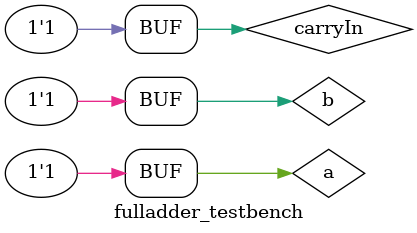
<source format=sv>
/*********************************************** 
Nguyen Lai
Winter 2018
CSE 469

This is full adder to perform 1 bit addtion

Input:  a, b, carryIn
Output: sum and carryOut

	
************************************************/
`timescale 1ns/10ps

module fulladder (a, b, carryIn, carryOut, sum);
 // Define input, output
 input logic a, b, carryIn;
 output logic carryOut, sum;
 parameter DELAY = 0.05; 

 logic xorOut, andOut1, andOut2;
 
 // Perform addition from basic logic gates
	xor #DELAY theXorGate1 (xorOut, a, b);
	and #DELAY theAndGate1 (andOut1, a, b);
	and #DELAY theAndGate2 (andOut2, xorOut, carryIn);
	xor #DELAY theXorGate2 (sum, xorOut, carryIn);
	or  #DELAY theOrGate   (carryOut, andOut1, andOut2);
 
 endmodule
 
 module fulladder_testbench();
	logic a, b, carryIn;
	logic carryOut, sum;
	
	fulladder dut(.a, .b, .carryIn, .carryOut, .sum);
	
	initial begin
	a = 0; b = 0; carryIn = 0; #10;
					  carryIn = 1; #10;
			 b = 1; carryIn = 0; #10;
					  carryIn = 1; #10;
	a = 1; b = 0; carryIn = 0; #10;
					  carryIn = 1; #10;
			 b = 1; carryIn = 0; #10;
					  carryIn = 1; #10;
	end
	
endmodule
</source>
